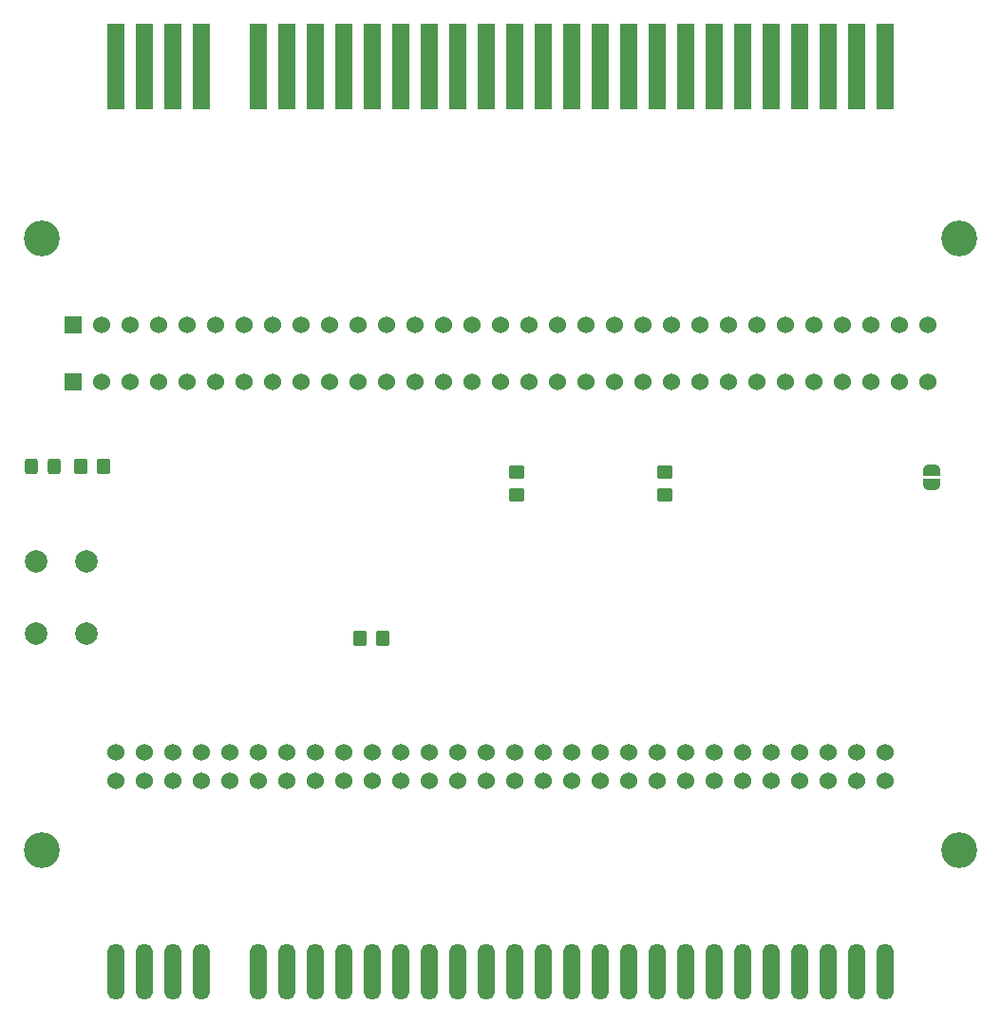
<source format=gbr>
%TF.GenerationSoftware,KiCad,Pcbnew,8.0.6-8.0.6-0~ubuntu24.04.1*%
%TF.CreationDate,2024-10-21T21:08:47+03:00*%
%TF.ProjectId,ZX Spectrum_ BUS Expander,5a582053-7065-4637-9472-756d2c204255,rev?*%
%TF.SameCoordinates,Original*%
%TF.FileFunction,Soldermask,Top*%
%TF.FilePolarity,Negative*%
%FSLAX46Y46*%
G04 Gerber Fmt 4.6, Leading zero omitted, Abs format (unit mm)*
G04 Created by KiCad (PCBNEW 8.0.6-8.0.6-0~ubuntu24.04.1) date 2024-10-21 21:08:47*
%MOMM*%
%LPD*%
G01*
G04 APERTURE LIST*
G04 Aperture macros list*
%AMRoundRect*
0 Rectangle with rounded corners*
0 $1 Rounding radius*
0 $2 $3 $4 $5 $6 $7 $8 $9 X,Y pos of 4 corners*
0 Add a 4 corners polygon primitive as box body*
4,1,4,$2,$3,$4,$5,$6,$7,$8,$9,$2,$3,0*
0 Add four circle primitives for the rounded corners*
1,1,$1+$1,$2,$3*
1,1,$1+$1,$4,$5*
1,1,$1+$1,$6,$7*
1,1,$1+$1,$8,$9*
0 Add four rect primitives between the rounded corners*
20,1,$1+$1,$2,$3,$4,$5,0*
20,1,$1+$1,$4,$5,$6,$7,0*
20,1,$1+$1,$6,$7,$8,$9,0*
20,1,$1+$1,$8,$9,$2,$3,0*%
%AMFreePoly0*
4,1,19,0.500000,-0.750000,0.000000,-0.750000,0.000000,-0.744911,-0.071157,-0.744911,-0.207708,-0.704816,-0.327430,-0.627875,-0.420627,-0.520320,-0.479746,-0.390866,-0.500000,-0.250000,-0.500000,0.250000,-0.479746,0.390866,-0.420627,0.520320,-0.327430,0.627875,-0.207708,0.704816,-0.071157,0.744911,0.000000,0.744911,0.000000,0.750000,0.500000,0.750000,0.500000,-0.750000,0.500000,-0.750000,
$1*%
%AMFreePoly1*
4,1,19,0.000000,0.744911,0.071157,0.744911,0.207708,0.704816,0.327430,0.627875,0.420627,0.520320,0.479746,0.390866,0.500000,0.250000,0.500000,-0.250000,0.479746,-0.390866,0.420627,-0.520320,0.327430,-0.627875,0.207708,-0.704816,0.071157,-0.744911,0.000000,-0.744911,0.000000,-0.750000,-0.500000,-0.750000,-0.500000,0.750000,0.000000,0.750000,0.000000,0.744911,0.000000,0.744911,
$1*%
G04 Aperture macros list end*
%ADD10C,2.000000*%
%ADD11FreePoly0,270.000000*%
%ADD12FreePoly1,270.000000*%
%ADD13RoundRect,0.250000X-0.450000X0.350000X-0.450000X-0.350000X0.450000X-0.350000X0.450000X0.350000X0*%
%ADD14RoundRect,0.250000X0.350000X0.450000X-0.350000X0.450000X-0.350000X-0.450000X0.350000X-0.450000X0*%
%ADD15RoundRect,0.250000X-0.350000X-0.450000X0.350000X-0.450000X0.350000X0.450000X-0.350000X0.450000X0*%
%ADD16RoundRect,0.250000X-0.325000X-0.450000X0.325000X-0.450000X0.325000X0.450000X-0.325000X0.450000X0*%
%ADD17R,1.524000X1.524000*%
%ADD18C,1.524000*%
%ADD19C,3.200000*%
%ADD20RoundRect,0.762000X-0.000010X-1.738000X0.000010X-1.738000X0.000010X1.738000X-0.000010X1.738000X0*%
%ADD21R,1.524000X7.620000*%
G04 APERTURE END LIST*
D10*
%TO.C,S1*%
X102859400Y-99797800D03*
X102859400Y-106297800D03*
X98359400Y-99797800D03*
X98359400Y-106297800D03*
%TD*%
D11*
%TO.C,JP1*%
X178206400Y-91714800D03*
D12*
X178206400Y-93014800D03*
%TD*%
D13*
%TO.C,R5*%
X154355800Y-91887800D03*
X154355800Y-93887800D03*
%TD*%
%TO.C,R3*%
X141173200Y-91887800D03*
X141173200Y-93887800D03*
%TD*%
D14*
%TO.C,R2*%
X104327200Y-91338400D03*
X102327200Y-91338400D03*
%TD*%
D15*
%TO.C,R1*%
X127219200Y-106705400D03*
X129219200Y-106705400D03*
%TD*%
D16*
%TO.C,D1*%
X97882600Y-91338400D03*
X99932600Y-91338400D03*
%TD*%
D17*
%TO.C,J1*%
X101676200Y-83820000D03*
D18*
X104216200Y-83820000D03*
X106756200Y-83820000D03*
X109296200Y-83820000D03*
X111836200Y-83820000D03*
X114376200Y-83820000D03*
X116916200Y-83820000D03*
X119456200Y-83820000D03*
X121996200Y-83820000D03*
X124536200Y-83820000D03*
X127076200Y-83820000D03*
X129616200Y-83820000D03*
X132156200Y-83820000D03*
X134696200Y-83820000D03*
X137236200Y-83820000D03*
X139776200Y-83820000D03*
X142316200Y-83820000D03*
X144856200Y-83820000D03*
X147396200Y-83820000D03*
X149936200Y-83820000D03*
X152476200Y-83820000D03*
X155016200Y-83820000D03*
X157556200Y-83820000D03*
X160096200Y-83820000D03*
X162636200Y-83820000D03*
X165176200Y-83820000D03*
X167716200Y-83820000D03*
X170256200Y-83820000D03*
X172796200Y-83820000D03*
X175336200Y-83820000D03*
X177876200Y-83820000D03*
D17*
X101676200Y-78740000D03*
D18*
X104216200Y-78740000D03*
X106756200Y-78740000D03*
X109296200Y-78740000D03*
X111836200Y-78740000D03*
X114376200Y-78740000D03*
X116916200Y-78740000D03*
X119456200Y-78740000D03*
X121996200Y-78740000D03*
X124536200Y-78740000D03*
X127076200Y-78740000D03*
X129616200Y-78740000D03*
X132156200Y-78740000D03*
X134696200Y-78740000D03*
X137236200Y-78740000D03*
X139776200Y-78740000D03*
X142316200Y-78740000D03*
X144856200Y-78740000D03*
X147396200Y-78740000D03*
X149936200Y-78740000D03*
X152476200Y-78740000D03*
X155016200Y-78740000D03*
X157556200Y-78740000D03*
X160096200Y-78740000D03*
X162636200Y-78740000D03*
X165176200Y-78740000D03*
X167716200Y-78740000D03*
X170256200Y-78740000D03*
X172796200Y-78740000D03*
X175336200Y-78740000D03*
X177876200Y-78740000D03*
%TD*%
D19*
%TO.C,H1*%
X180619400Y-125549000D03*
%TD*%
D20*
%TO.C,Z1*%
X105486200Y-136398000D03*
X108026200Y-136398000D03*
X110566200Y-136398000D03*
X113106200Y-136398000D03*
X118186200Y-136398000D03*
X120726200Y-136398000D03*
X123266200Y-136398000D03*
X125806200Y-136398000D03*
X128346200Y-136398000D03*
X130886200Y-136398000D03*
X133426200Y-136398000D03*
X135966200Y-136398000D03*
X138506200Y-136398000D03*
X141046200Y-136398000D03*
X143586200Y-136398000D03*
X146126200Y-136398000D03*
X148666200Y-136398000D03*
X151206200Y-136398000D03*
X153746200Y-136398000D03*
X156286200Y-136398000D03*
X158826200Y-136398000D03*
X161366200Y-136398000D03*
X163906200Y-136398000D03*
X166446200Y-136398000D03*
X168986200Y-136398000D03*
X171526200Y-136398000D03*
X174066200Y-136398000D03*
%TD*%
D19*
%TO.C,H4*%
X98845200Y-71026000D03*
%TD*%
D18*
%TO.C,J2*%
X115646200Y-116840000D03*
X115646200Y-119380000D03*
X105486200Y-119380000D03*
X108026200Y-119380000D03*
X110566200Y-119380000D03*
X113106200Y-119380000D03*
X118186200Y-119380000D03*
X120726200Y-119380000D03*
X123266200Y-119380000D03*
X125806200Y-119380000D03*
X128346200Y-119380000D03*
X130886200Y-119380000D03*
X133426200Y-119380000D03*
X135966200Y-119380000D03*
X138506200Y-119380000D03*
X141046200Y-119380000D03*
X143586200Y-119380000D03*
X146126200Y-119380000D03*
X148666200Y-119380000D03*
X151206200Y-119380000D03*
X153746200Y-119380000D03*
X156286200Y-119380000D03*
X158826200Y-119380000D03*
X161366200Y-119380000D03*
X163906200Y-119380000D03*
X166446200Y-119380000D03*
X168986200Y-119380000D03*
X171526200Y-119380000D03*
X174066200Y-119380000D03*
X105486200Y-116840000D03*
X108026200Y-116840000D03*
X110566200Y-116840000D03*
X113106200Y-116840000D03*
X118186200Y-116840000D03*
X120726200Y-116840000D03*
X123266200Y-116840000D03*
X125806200Y-116840000D03*
X128346200Y-116840000D03*
X130886200Y-116840000D03*
X133426200Y-116840000D03*
X135966200Y-116840000D03*
X138506200Y-116840000D03*
X141046200Y-116840000D03*
X143586200Y-116840000D03*
X146126200Y-116840000D03*
X148666200Y-116840000D03*
X151206200Y-116840000D03*
X153746200Y-116840000D03*
X156286200Y-116840000D03*
X158826200Y-116840000D03*
X161366200Y-116840000D03*
X163906200Y-116840000D03*
X166446200Y-116840000D03*
X168986200Y-116840000D03*
X171526200Y-116840000D03*
X174066200Y-116840000D03*
%TD*%
D19*
%TO.C,H2*%
X98845200Y-125549000D03*
%TD*%
D21*
%TO.C,Z2*%
X105486200Y-55753000D03*
X108026200Y-55753000D03*
X110566200Y-55753000D03*
X113106200Y-55753000D03*
X118186200Y-55753000D03*
X120726200Y-55753000D03*
X123266200Y-55753000D03*
X125806200Y-55753000D03*
X128346200Y-55753000D03*
X130886200Y-55753000D03*
X133426200Y-55753000D03*
X135966200Y-55753000D03*
X138506200Y-55753000D03*
X141046200Y-55753000D03*
X143586200Y-55753000D03*
X146126200Y-55753000D03*
X148666200Y-55753000D03*
X151206200Y-55753000D03*
X153746200Y-55753000D03*
X156286200Y-55753000D03*
X158826200Y-55753000D03*
X161366200Y-55753000D03*
X163906200Y-55753000D03*
X166446200Y-55753000D03*
X168986200Y-55753000D03*
X171526200Y-55753000D03*
X174066200Y-55753000D03*
%TD*%
D19*
%TO.C,H3*%
X180619400Y-71026000D03*
%TD*%
M02*

</source>
